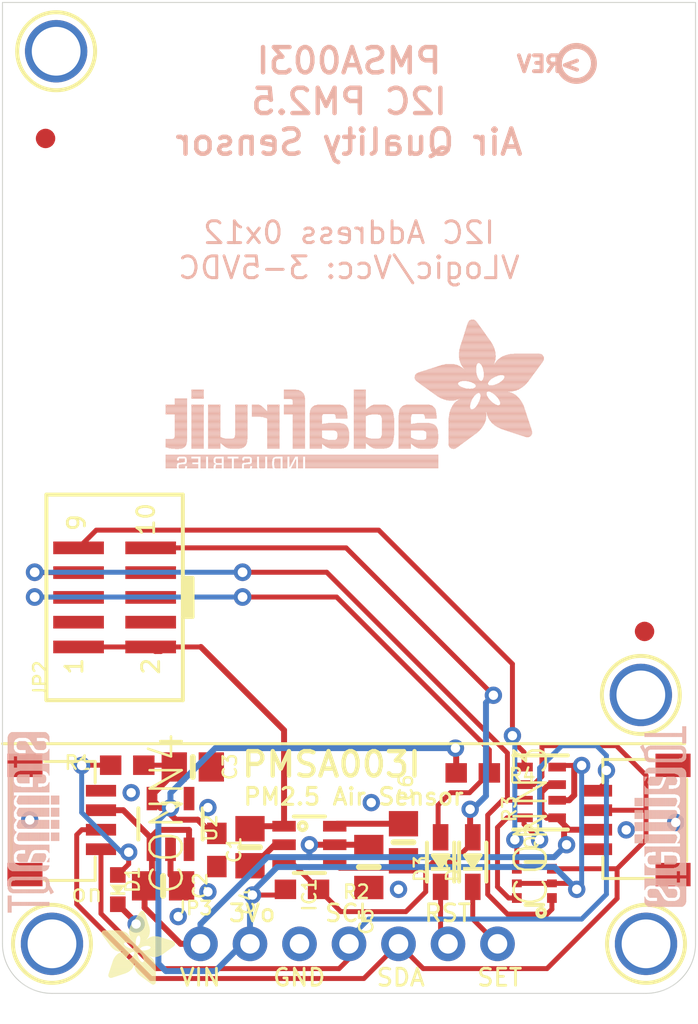
<source format=kicad_pcb>
(kicad_pcb (version 20211014) (generator pcbnew)
  (layers (0 "F.Cu" signal) (31 "B.Cu" signal) (34 "B.Paste" user) (35 "F.Paste" user) (36 "B.SilkS" user "B.Silkscreen") (37 "F.SilkS" user "F.Silkscreen") (38 "B.Mask" user) (39 "F.Mask" user) (44 "Edge.Cuts" user))
  (net 0 "")
  (net 1 "GND")
  (net 2 "SDA")
  (net 3 "SCL")
  (net 4 "SCL_3V")
  (net 5 "SDA_3V")
  (net 6 "3.3V")
  (net 7 "VCC")
  (net 8 "N$1")
  (net 9 "RESET")
  (net 10 "SET")
  (net 11 "N$2")
  (net 12 "N$3")
  (net 13 "5.0V")
  (net 14 "SET_3V")
  (net 15 "RESET_3V")
  (footprint "boardEagle:MOUNTINGHOLE_2.5_PLATED" (layer "F.Cu") (at 163.7411 127.8636 -90)
    (fp_text reference "U$21" hide)
    (fp_text value "MOUNTINGHOLE2.5" hide)
    (pad "P$1" thru_hole circle (at 0 0 270) (size 3.2 3.2) (drill 2.5) (layers *.Cu *.Mask))
  )
  (footprint "boardEagle:0805-NO" (layer "F.Cu") (at 140.4861 118.7956)
    (fp_text reference "C3" (at 1.905 -0.762 90) (layer "F.SilkS") (effects (font (size 0.692831 0.692831) (thickness 0.119969)) (justify right)))
    (fp_text value "10uF")
    (pad "1" smd rect (at -0.95 0) (size 1.3 1.5) (layers "F.Cu" "F.Paste" "F.Mask") (net 6 "3.3V"))
    (pad "2" smd rect (at 0.95 0) (size 1.3 1.5) (layers "F.Cu" "F.Paste" "F.Mask") (net 1 "GND"))
  )
  (footprint "boardEagle:SOT23-5" (layer "F.Cu") (at 139.3431 121.7166)
    (fp_text reference "U2" (at 2.032 -0.562 90) (layer "F.SilkS") (effects (font (size 0.692831 0.692831) (thickness 0.119969)) (justify right)))
    (fp_text value "AP2112K-3.3")
    (pad "1" smd rect (at -0.95 1.3001) (size 0.55 1.2) (layers "F.Cu" "F.Paste" "F.Mask") (net 7 "VCC"))
    (pad "2" smd rect (at 0 1.3001) (size 0.55 1.2) (layers "F.Cu" "F.Paste" "F.Mask") (net 1 "GND"))
    (pad "3" smd rect (at 0.95 1.3001) (size 0.55 1.2) (layers "F.Cu" "F.Paste" "F.Mask") (net 7 "VCC"))
    (pad "4" smd rect (at 0.95 -1.3001) (size 0.55 1.2) (layers "F.Cu" "F.Paste" "F.Mask"))
    (pad "5" smd rect (at -0.95 -1.3001) (size 0.55 1.2) (layers "F.Cu" "F.Paste" "F.Mask") (net 6 "3.3V"))
  )
  (footprint "boardEagle:MOUNTINGHOLE_2.5_PLATED" (layer "F.Cu") (at 133.2611 127.8636 -90)
    (fp_text reference "U$19" hide)
    (fp_text value "MOUNTINGHOLE2.5" hide)
    (pad "P$1" thru_hole circle (at 0 0 270) (size 3.2 3.2) (drill 2.5) (layers *.Cu *.Mask))
  )
  (footprint "boardEagle:JST_SH4" (layer "F.Cu") (at 133.2611 121.5136 -90)
    (fp_text reference "CONN4" (at -4.6 -5.9 90) (layer "F.SilkS") (effects (font (size 1.647139 1.647139) (thickness 0.130861)) (justify right)))
    (fp_text value "STEMMA_I2C_QT" hide)
    (pad "1" smd rect (at -1.5 -2.514) (size 1.55 0.6) (layers "F.Cu" "F.Paste" "F.Mask") (net 1 "GND"))
    (pad "2" smd rect (at -0.5 -2.514) (size 1.55 0.6) (layers "F.Cu" "F.Paste" "F.Mask") (net 7 "VCC"))
    (pad "3" smd rect (at 0.5 -2.514) (size 1.55 0.6) (layers "F.Cu" "F.Paste" "F.Mask") (net 2 "SDA"))
    (pad "4" smd rect (at 1.5 -2.514) (size 1.55 0.6) (layers "F.Cu" "F.Paste" "F.Mask") (net 3 "SCL"))
    (pad "MT1" smd rect (at -2.8 1.386) (size 1.8 1.2) (layers "F.Cu" "F.Paste" "F.Mask") (net 1 "GND"))
    (pad "MT2" smd rect (at 2.8 1.386) (size 1.8 1.2) (layers "F.Cu" "F.Paste" "F.Mask") (net 1 "GND"))
  )
  (footprint "boardEagle:0603-NO" (layer "F.Cu") (at 154.8511 119.1006)
    (fp_text reference "R4" (at 1.778 0.127) (layer "F.SilkS") (effects (font (size 0.692831 0.692831) (thickness 0.119969)) (justify left)))
    (fp_text value "100K")
    (pad "1" smd rect (at -0.85 0) (size 1.1 1) (layers "F.Cu" "F.Paste" "F.Mask") (net 6 "3.3V"))
    (pad "2" smd rect (at 0.85 0) (size 1.1 1) (layers "F.Cu" "F.Paste" "F.Mask") (net 15 "RESET_3V"))
  )
  (footprint "boardEagle:MOUNTINGHOLE_2.5_PLATED" (layer "F.Cu") (at 133.4751 82.1036 -90)
    (fp_text reference "U$1" hide)
    (fp_text value "MOUNTINGHOLE2.5" hide)
    (pad "P$1" thru_hole circle (at 0 0 270) (size 3.2 3.2) (drill 2.5) (layers *.Cu *.Mask))
  )
  (footprint "boardEagle:SOD-323" (layer "F.Cu") (at 154.8511 123.6726 90)
    (fp_text reference "D2" (at -1.1 -1 90) (layer "F.SilkS") (effects (font (size 0.692831 0.692831) (thickness 0.119969)) (justify left)))
    (fp_text value "1N4148")
    (pad "A" smd rect (at 1.27 0 90) (size 1.35 0.8) (layers "F.Cu" "F.Paste" "F.Mask") (net 14 "SET_3V"))
    (pad "C" smd rect (at -1.27 0 90) (size 1.35 0.8) (layers "F.Cu" "F.Paste" "F.Mask") (net 10 "SET"))
  )
  (footprint "boardEagle:ADAFRUIT_3.5MM" (layer "F.Cu") (at 135.7871 129.9716)
    (fp_text reference "U$22" hide)
    (fp_text value "" hide)
  )
  (footprint "boardEagle:SOD-323" (layer "F.Cu") (at 153.2001 123.6726 90)
    (fp_text reference "D3" (at -1.1 -1 90) (layer "F.SilkS") (effects (font (size 0.692831 0.692831) (thickness 0.119969)) (justify left)))
    (fp_text value "1N4148")
    (pad "A" smd rect (at 1.27 0 90) (size 1.35 0.8) (layers "F.Cu" "F.Paste" "F.Mask") (net 15 "RESET_3V"))
    (pad "C" smd rect (at -1.27 0 90) (size 1.35 0.8) (layers "F.Cu" "F.Paste" "F.Mask") (net 9 "RESET"))
  )
  (footprint "boardEagle:JST_SH4" (layer "F.Cu") (at 163.7411 121.5136 90)
    (fp_text reference "CONN3" (at -4.6 -5.9 90) (layer "F.SilkS") (effects (font (size 1.647139 1.647139) (thickness 0.130861)) (justify left)))
    (fp_text value "STEMMA_I2C_QT" hide)
    (pad "1" smd rect (at -1.5 -2.514 180) (size 1.55 0.6) (layers "F.Cu" "F.Paste" "F.Mask") (net 1 "GND"))
    (pad "2" smd rect (at -0.5 -2.514 180) (size 1.55 0.6) (layers "F.Cu" "F.Paste" "F.Mask") (net 7 "VCC"))
    (pad "3" smd rect (at 0.5 -2.514 180) (size 1.55 0.6) (layers "F.Cu" "F.Paste" "F.Mask") (net 2 "SDA"))
    (pad "4" smd rect (at 1.5 -2.514 180) (size 1.55 0.6) (layers "F.Cu" "F.Paste" "F.Mask") (net 3 "SCL"))
    (pad "MT1" smd rect (at -2.8 1.386 180) (size 1.8 1.2) (layers "F.Cu" "F.Paste" "F.Mask") (net 1 "GND"))
    (pad "MT2" smd rect (at 2.8 1.386 180) (size 1.8 1.2) (layers "F.Cu" "F.Paste" "F.Mask") (net 1 "GND"))
  )
  (footprint "boardEagle:RESPACK_4X0603" (layer "F.Cu") (at 158.3311 120.1026 90)
    (fp_text reference "R3" (at -1.6 -1.6 90) (layer "F.SilkS") (effects (font (size 0.692831 0.692831) (thickness 0.119969)) (justify left)))
    (fp_text value "10K")
    (pad "1" smd rect (at -1.3 0.85 90) (size 0.45 0.9) (layers "F.Cu" "F.Paste" "F.Mask") (net 7 "VCC"))
    (pad "2" smd rect (at -0.4 0.85 90) (size 0.45 0.9) (layers "F.Cu" "F.Paste" "F.Mask") (net 6 "3.3V"))
    (pad "3" smd rect (at 0.4 0.85 90) (size 0.45 0.9) (layers "F.Cu" "F.Paste" "F.Mask") (net 7 "VCC"))
    (pad "4" smd rect (at 1.3 0.85 90) (size 0.45 0.9) (layers "F.Cu" "F.Paste" "F.Mask") (net 6 "3.3V"))
    (pad "5" smd rect (at 1.3 -0.85 90) (size 0.45 0.9) (layers "F.Cu" "F.Paste" "F.Mask") (net 5 "SDA_3V"))
    (pad "6" smd rect (at 0.4 -0.85 90) (size 0.45 0.9) (layers "F.Cu" "F.Paste" "F.Mask") (net 2 "SDA"))
    (pad "7" smd rect (at -0.4 -0.85 90) (size 0.45 0.9) (layers "F.Cu" "F.Paste" "F.Mask") (net 4 "SCL_3V"))
    (pad "8" smd rect (at -1.3 -0.85 90) (size 0.45 0.9) (layers "F.Cu" "F.Paste" "F.Mask") (net 3 "SCL"))
  )
  (footprint "boardEagle:0805-NO" (layer "F.Cu") (at 138.9621 124.8916)
    (fp_text reference "C2" (at 1.905 -0.762 90) (layer "F.SilkS") (effects (font (size 0.692831 0.692831) (thickness 0.119969)) (justify right)))
    (fp_text value "10uF")
    (pad "1" smd rect (at -0.95 0) (size 1.3 1.5) (layers "F.Cu" "F.Paste" "F.Mask") (net 7 "VCC"))
    (pad "2" smd rect (at 0.95 0) (size 1.3 1.5) (layers "F.Cu" "F.Paste" "F.Mask") (net 1 "GND"))
  )
  (footprint "boardEagle:0603-NO" (layer "F.Cu") (at 137.1221 118.7056 180)
    (fp_text reference "R1" (at 1.778 0.127) (layer "F.SilkS") (effects (font (size 0.692831 0.692831) (thickness 0.119969)) (justify right)))
    (fp_text value "10K")
    (pad "1" smd rect (at -0.85 0 180) (size 1.1 1) (layers "F.Cu" "F.Paste" "F.Mask") (net 6 "3.3V"))
    (pad "2" smd rect (at 0.85 0 180) (size 1.1 1) (layers "F.Cu" "F.Paste" "F.Mask") (net 8 "N$1"))
  )
  (footprint "boardEagle:0805_10MGAP" (layer "F.Cu") (at 149.5171 123.9266 -90)
    (fp_text reference "C5" (at 2.032 0.127 90) (layer "F.SilkS") (effects (font (size 0.692831 0.692831) (thickness 0.119969)) (justify right)))
    (fp_text value "10uF")
    (pad "1" smd rect (at -1.05 0 270) (size 1.2 1.5) (layers "F.Cu" "F.Paste" "F.Mask") (net 7 "VCC"))
    (pad "2" smd rect (at 1.05 0 270) (size 1.2 1.5) (layers "F.Cu" "F.Paste" "F.Mask") (net 1 "GND"))
  )
  (footprint "boardEagle:FIDUCIAL_1MM" (layer "F.Cu") (at 132.9311 86.5746 -90)
    (fp_text reference "FID4" hide)
    (fp_text value "FIDUCIAL_1MM" hide)
    (pad "1" smd roundrect (at 0 0 270) (size 1 1) (layers "F.Cu" "F.Mask") (roundrect_rratio 0.5))
  )
  (footprint "boardEagle:CHIPLED_0603_NOOUTLINE" (layer "F.Cu") (at 136.6391 125.0836 180)
    (fp_text reference "D1" (at -0.762 1.27 90) (layer "F.SilkS") (effects (font (size 0.692831 0.692831) (thickness 0.119969)) (justify right)))
    (fp_text value "GREEN")
    (pad "A" smd rect (at 0 0.75 180) (size 0.8 0.8) (layers "F.Cu" "F.Paste" "F.Mask") (net 8 "N$1"))
    (pad "C" smd rect (at 0 -0.75 180) (size 0.8 0.8) (layers "F.Cu" "F.Paste" "F.Mask") (net 1 "GND"))
  )
  (footprint "boardEagle:SOT363" (layer "F.Cu") (at 158.0121 124.7646 90)
    (fp_text reference "Q2" (at 1.651 -0.127 90) (layer "F.SilkS") (effects (font (size 0.692831 0.692831) (thickness 0.119969)) (justify left)))
    (fp_text value "BSS138")
    (pad "1" smd rect (at -0.75 0.9 90) (size 0.5 0.5) (layers "F.Cu" "F.Paste" "F.Mask") (net 4 "SCL_3V"))
    (pad "2" smd rect (at 0 0.9 90) (size 0.4 0.5) (layers "F.Cu" "F.Paste" "F.Mask") (net 6 "3.3V"))
    (pad "3" smd rect (at 0.75 0.9 90) (size 0.5 0.5) (layers "F.Cu" "F.Paste" "F.Mask") (net 2 "SDA"))
    (pad "4" smd rect (at 0.75 -0.9 90) (size 0.5 0.5) (layers "F.Cu" "F.Paste" "F.Mask") (net 5 "SDA_3V"))
    (pad "5" smd rect (at 0 -0.9 90) (size 0.4 0.5) (layers "F.Cu" "F.Paste" "F.Mask") (net 6 "3.3V"))
    (pad "6" smd rect (at -0.75 -0.9 90) (size 0.5 0.5) (layers "F.Cu" "F.Paste" "F.Mask") (net 3 "SCL"))
  )
  (footprint "boardEagle:0603-NO" (layer "F.Cu") (at 141.7191 123.0516 -90)
    (fp_text reference "C1" (at -0.762 -0.889 90) (layer "F.SilkS") (effects (font (size 0.692831 0.692831) (thickness 0.119969)) (justify right)))
    (fp_text value "0.1uF")
    (pad "1" smd rect (at -0.85 0 270) (size 1.1 1) (layers "F.Cu" "F.Paste" "F.Mask") (net 6 "3.3V"))
    (pad "2" smd rect (at 0.85 0 270) (size 1.1 1) (layers "F.Cu" "F.Paste" "F.Mask") (net 1 "GND"))
  )
  (footprint "boardEagle:0805-NO" (layer "F.Cu") (at 151.2951 122.6566 90)
    (fp_text reference "C6" (at 2.032 0.127 90) (layer "F.SilkS") (effects (font (size 0.692831 0.692831) (thickness 0.119969)) (justify left)))
    (fp_text value "1uF")
    (pad "1" smd rect (at -0.95 0 90) (size 1.3 1.5) (layers "F.Cu" "F.Paste" "F.Mask") (net 12 "N$3"))
    (pad "2" smd rect (at 0.95 0 90) (size 1.3 1.5) (layers "F.Cu" "F.Paste" "F.Mask") (net 11 "N$2"))
  )
  (footprint "boardEagle:MOUNTINGHOLE_2.5_PLATED" (layer "F.Cu") (at 163.4751 115.1036 -90)
    (fp_text reference "U$17" hide)
    (fp_text value "MOUNTINGHOLE2.5" hide)
    (pad "P$1" thru_hole circle (at 0 0 270) (size 3.2 3.2) (drill 2.5) (layers *.Cu *.Mask))
  )
  (footprint "boardEagle:1X07_ROUND_70" (layer "F.Cu") (at 148.5011 127.8636)
    (fp_text reference "JP3" (at -8.9662 -1.8288) (layer "F.SilkS") (effects (font (size 0.692831 0.692831) (thickness 0.119969)) (justify left)))
    (fp_text value "")
    (pad "1" thru_hole circle (at -7.62 0 90) (size 1.778 1.778) (drill 1) (layers *.Cu *.Mask) (net 7 "VCC"))
    (pad "2" thru_hole circle (at -5.08 0 90) (size 1.778 1.778) (drill 1) (layers *.Cu *.Mask) (net 6 "3.3V"))
    (pad "3" thru_hole circle (at -2.54 0 90) (size 1.778 1.778) (drill 1) (layers *.Cu *.Mask) (net 1 "GND"))
    (pad "4" thru_hole circle (at 0 0 90) (size 1.778 1.778) (drill 1) (layers *.Cu *.Mask) (net 3 "SCL"))
    (pad "5" thru_hole circle (at 2.54 0 90) (size 1.778 1.778) (drill 1) (layers *.Cu *.Mask) (net 2 "SDA"))
    (pad "6" thru_hole circle (at 5.08 0 90) (size 1.778 1.778) (drill 1) (layers *.Cu *.Mask) (net 9 "RESET"))
    (pad "7" thru_hole circle (at 7.62 0 90) (size 1.778 1.778) (drill 1) (layers *.Cu *.Mask) (net 10 "SET"))
  )
  (footprint "boardEagle:2X05_1.27MM_SMT" (layer "F.Cu") (at 136.4751 110.1036 90)
    (fp_text reference "JP2" (at -5.199 -3.806 90) (layer "F.SilkS") (effects (font (size 0.692831 0.692831) (thickness 0.119969)) (justify left)))
    (fp_text value "")
    (pad "1" smd rect (at -2.54 1.85 90) (size 0.65 2.6) (layers "F.Cu" "F.Paste" "F.Mask") (net 13 "5.0V"))
    (pad "2" smd rect (at -2.54 -1.85 90) (size 0.65 2.6) (layers "F.Cu" "F.Paste" "F.Mask") (net 13 "5.0V"))
    (pad "3" smd rect (at -1.27 1.85 90) (size 0.65 2.6) (layers "F.Cu" "F.Paste" "F.Mask") (net 1 "GND"))
    (pad "4" smd rect (at -1.27 -1.85 90) (size 0.65 2.6) (layers "F.Cu" "F.Paste" "F.Mask") (net 1 "GND"))
    (pad "5" smd rect (at 0 1.85 90) (size 0.65 2.6) (layers "F.Cu" "F.Paste" "F.Mask"))
    (pad "6" smd rect (at 0 -1.85 90) (size 0.65 2.6) (layers "F.Cu" "F.Paste" "F.Mask") (net 15 "RESET_3V"))
    (pad "7" smd rect (at 1.27 1.85 90) (size 0.65 2.6) (layers "F.Cu" "F.Paste" "F.Mask"))
    (pad "8" smd rect (at 1.27 -1.85 90) (size 0.65 2.6) (layers "F.Cu" "F.Paste" "F.Mask") (net 4 "SCL_3V"))
    (pad "9" smd rect (at 2.54 1.85 90) (size 0.65 2.6) (layers "F.Cu" "F.Paste" "F.Mask") (net 14 "SET_3V"))
    (pad "10" smd rect (at 2.54 -1.85 90) (size 0.65 2.6) (layers "F.Cu" "F.Paste" "F.Mask") (net 5 "SDA_3V"))
  )
  (footprint "boardEagle:FIDUCIAL_1MM" (layer "F.Cu") (at 163.6651 111.8476 -90)
    (fp_text reference "FID3" hide)
    (fp_text value "FIDUCIAL_1MM" hide)
    (pad "1" smd roundrect (at 0 0 270) (size 1 1) (layers "F.Cu" "F.Mask") (roundrect_rratio 0.5))
  )
  (footprint "boardEagle:0805-NO" (layer "F.Cu") (at 143.4211 122.9106 -90)
    (fp_text reference "C4" (at 2.032 0.127 90) (layer "F.SilkS") (effects (font (size 0.692831 0.692831) (thickness 0.119969)) (justify right)))
    (fp_text value "10uF")
    (pad "1" smd rect (at -0.95 0 270) (size 1.3 1.5) (layers "F.Cu" "F.Paste" "F.Mask") (net 13 "5.0V"))
    (pad "2" smd rect (at 0.95 0 270) (size 1.3 1.5) (layers "F.Cu" "F.Paste" "F.Mask") (net 1 "GND"))
  )
  (footprint "boardEagle:SOT23-6" (layer "F.Cu") (at 146.4691 122.7836 -90)
    (fp_text reference "IC1" (at 1.651 0 90) (layer "F.SilkS") (effects (font (size 0.692831 0.692831) (thickness 0.119969)) (justify right)))
    (fp_text value "AP3602/RT9361")
    (pad "1" smd rect (at -0.95 1.3 270) (size 0.55 1.2) (layers "F.Cu" "F.Paste" "F.Mask") (net 13 "5.0V"))
    (pad "2" smd rect (at 0 1.3 270) (size 0.55 1.2) (layers "F.Cu" "F.Paste" "F.Mask") (net 1 "GND"))
    (pad "3" smd rect (at 0.95 1.3 270) (size 0.55 1.2) (layers "F.Cu" "F.Paste" "F.Mask") (net 14 "SET_3V"))
    (pad "4" smd rect (at 0.95 -1.3 270) (size 0.55 1.2) (layers "F.Cu" "F.Paste" "F.Mask") (net 12 "N$3"))
    (pad "5" smd rect (at 0 -1.3 270) (size 0.55 1.2) (layers "F.Cu" "F.Paste" "F.Mask") (net 7 "VCC"))
    (pad "6" smd rect (at -0.95 -1.3 270) (size 0.55 1.2) (layers "F.Cu" "F.Paste" "F.Mask") (net 11 "N$2"))
  )
  (footprint "boardEagle:0603-NO" (layer "F.Cu") (at 146.0881 125.0696)
    (fp_text reference "R2" (at 2.032 0.127) (layer "F.SilkS") (effects (font (size 0.692831 0.692831) (thickness 0.119969)) (justify left)))
    (fp_text value "100K")
    (pad "1" smd rect (at -0.85 0) (size 1.1 1) (layers "F.Cu" "F.Paste" "F.Mask") (net 6 "3.3V"))
    (pad "2" smd rect (at 0.85 0) (size 1.1 1) (layers "F.Cu" "F.Paste" "F.Mask") (net 14 "SET_3V"))
  )
  (footprint "boardEagle:PCBFEAT-REV-040" (layer "B.Cu") (at 160.1711 82.7276 180)
    (fp_text reference "U$25" hide)
    (fp_text value "" hide)
    (fp_text user ">REV" (at -0.3556 -0.508) (layer "B.SilkS") (effects (font (size 0.8128 0.8128) (thickness 0.2032)) (justify left bottom mirror)))
  )
  (footprint "boardEagle:ADAFRUIT_TEXT_20MM" (layer "B.Cu") (at 158.6611 103.4796 180)
    (fp_text reference "U$28" hide)
    (fp_text value "" hide)
  )
  (footprint "boardEagle:STEMMAQT" (layer "B.Cu") (at 133.6281 117.0176 -90)
    (fp_text reference "U$31" hide)
    (fp_text value "" hide)
  )
  (footprint "boardEagle:STEMMAQT" (layer "B.Cu") (at 163.1631 125.9556 90)
    (fp_text reference "U$30" hide)
    (fp_text value "" hide)
  )
  (gr_line (start 165.7211 117.6036) (end 130.7211 117.6036) (layer "F.SilkS") (width 0.1524))
  (gr_line (start 166.2811 127.8636) (end 166.2811 79.6036) (layer "Edge.Cuts") (width 0.05))
  (gr_line (start 133.2611 130.4036) (end 163.7411 130.4036) (layer "Edge.Cuts") (width 0.05))
  (gr_line (start 130.7211 79.6036) (end 130.7211 127.8636) (layer "Edge.Cuts") (width 0.05))
  (gr_line (start 166.2811 79.6036) (end 130.7211 79.6036) (layer "Edge.Cuts") (width 0.05))
  (gr_arc (start 133.2611 130.4036) (mid 131.465049 129.659651) (end 130.7211 127.8636) (layer "Edge.Cuts") (width 0.05))
  (gr_arc (start 166.2811 127.8636) (mid 165.537151 129.659651) (end 163.7411 130.4036) (layer "Edge.Cuts") (width 0.05))
  (gr_text "PMSA003I\nI2C PM2.5\nAir Quality Sensor" (at 148.5011 84.6836) (layer "B.SilkS") (effects (font (size 1.2954 1.2954) (thickness 0.2286)) (justify mirror)))
  (gr_text "I2C Address 0x12\nVLogic/Vcc: 3-5VDC" (at 148.5011 92.3036) (layer "B.SilkS") (effects (font (size 1.1176 1.1176) (thickness 0.1524)) (justify mirror)))
  (gr_text "3Vo" (at 143.5341 126.2886) (layer "F.SilkS") (effects (font (size 0.87376 0.87376) (thickness 0.14224))))
  (gr_text "on" (at 135.9421 124.7396) (layer "F.SilkS") (effects (font (size 0.89408 0.89408) (thickness 0.12192)) (justify right top)))
  (gr_text "VIN" (at 140.8671 129.5906) (layer "F.SilkS") (effects (font (size 0.87376 0.87376) (thickness 0.14224))))
  (gr_text "SET" (at 156.2341 129.5906) (layer "F.SilkS") (effects (font (size 0.87376 0.87376) (thickness 0.14224))))
  (gr_text "10" (at 138.5951 107.0356 90) (layer "F.SilkS") (effects (font (size 0.87376 0.87376) (thickness 0.14224)) (justify left bottom)))
  (gr_text "GND" (at 145.9471 129.5906) (layer "F.SilkS") (effects (font (size 0.87376 0.87376) (thickness 0.14224))))
  (gr_text "1" (at 134.9121 114.1476 90) (layer "F.SilkS") (effects (font (size 0.87376 0.87376) (thickness 0.14224)) (justify left bottom)))
  (gr_text "RST" (at 153.5671 126.2886) (layer "F.SilkS") (effects (font (size 0.87376 0.87376) (thickness 0.14224))))
  (gr_text "PMSA003I" (at 147.5981 118.6686) (layer "F.SilkS") (effects (font (size 1.25222 1.25222) (thickness 0.22098))))
  (gr_text "PM2.5 Air Sensor" (at 148.7411 120.3196) (layer "F.SilkS") (effects (font (size 0.8636 0.8636) (thickness 0.1524))))
  (gr_text "SDA" (at 151.1541 129.5906) (layer "F.SilkS") (effects (font (size 0.87376 0.87376) (thickness 0.14224))))
  (gr_text "9" (at 135.0391 106.7816 90) (layer "F.SilkS") (effects (font (size 0.87376 0.87376) (thickness 0.14224)) (justify left bottom)))
  (gr_text "SCL" (at 148.4871 126.2886) (layer "F.SilkS") (effects (font (size 0.87376 0.87376) (thickness 0.14224))))
  (gr_text "2" (at 138.8491 114.1476 90) (layer "F.SilkS") (effects (font (size 0.87376 0.87376) (thickness 0.14224)) (justify left bottom)))
  (segment (start 136.6391 125.8336) (end 137.5791 126.7736) (width 0.3048) (layer "F.Cu") (net 1))
  (segment (start 143.6141 123.8606) (end 143.4211 123.8606) (width 0.3048) (layer "F.Cu") (net 1))
  (segment (start 137.5791 126.7736) (end 137.5791 126.8476) (width 0.3048) (layer "F.Cu") (net 1))
  (segment (start 139.3431 124.3226) (end 139.9121 124.8916) (width 0.3048) (layer "F.Cu") (net 1))
  (segment (start 144.6911 122.7836) (end 143.6141 123.8606) (width 0.3048) (layer "F.Cu") (net 1))
  (segment (start 139.3431 123.0167) (end 139.3431 124.3226) (width 0.3048) (layer "F.Cu") (net 1))
  (segment (start 145.1691 122.7836) (end 144.6911 122.7836) (width 0.3048) (layer "F.Cu") (net 1))
  (via (at 149.6441 120.6246) (size 0.889) (drill 0.4826) (layers "F.Cu" "B.Cu") (net 1))
  (via (at 132.1181 121.5136) (size 0.889) (drill 0.4826) (layers "F.Cu" "B.Cu") (net 1))
  (via (at 137.3251 120.1166) (size 0.889) (drill 0.4826) (layers "F.Cu" "B.Cu") (net 1))
  (via (at 141.2621 125.1966) (size 0.889) (drill 0.4826) (layers "F.Cu" "B.Cu") (net 1))
  (via (at 141.2621 120.8786) (size 0.889) (drill 0.4826) (layers "F.Cu" "B.Cu") (net 1))
  (via (at 165.2651 121.6406) (size 0.889) (drill 0.4826) (layers "F.Cu" "B.Cu") (net 1))
  (via (at 162.7251 122.0216) (size 0.889) (drill 0.4826) (layers "F.Cu" "B.Cu") (net 1))
  (via (at 139.7381 126.4666) (size 0.889) (drill 0.4826) (layers "F.Cu" "B.Cu") (net 1))
  (via (at 151.0411 125.0696) (size 0.889) (drill 0.4826) (layers "F.Cu" "B.Cu") (net 1))
  (via (at 137.5791 126.8476) (size 0.889) (drill 0.4826) (layers "F.Cu" "B.Cu") (net 1))
  (segment (start 152.3111 129.1336) (end 158.6611 129.1336) (width 0.254) (layer "F.Cu") (net 2))
  (segment (start 163.7411 122.5296) (end 162.2561 124.0146) (width 0.254) (layer "F.Cu") (net 2))
  (segment (start 149.2631 129.6416) (end 151.0411 127.8636) (width 0.254) (layer "F.Cu") (net 2))
  (segment (start 134.7931 122.0136) (end 134.5311 122.2756) (width 0.254) (layer "F.Cu") (net 2))
  (segment (start 161.2271 121.0136) (end 163.7411 121.0136) (width 0.254) (layer "F.Cu") (net 2))
  (segment (start 163.7411 119.2276) (end 163.7411 121.0136) (width 0.254) (layer "F.Cu") (net 2))
  (segment (start 158.6611 129.1336) (end 162.2561 125.5386) (width 0.254) (layer "F.Cu") (net 2))
  (segment (start 162.2561 124.0146) (end 158.9121 124.0146) (width 0.254) (layer "F.Cu") (net 2))
  (segment (start 163.7411 121.0136) (end 163.7411 122.5296) (width 0.254) (layer "F.Cu") (net 2))
  (segment (start 162.2561 125.5386) (end 162.2561 124.0146) (width 0.254) (layer "F.Cu") (net 2))
  (segment (start 151.0411 127.8636) (end 152.3111 129.1336) (width 0.254) (layer "F.Cu") (net 2))
  (segment (start 134.5311 122.2756) (end 134.5311 125.8316) (width 0.254) (layer "F.Cu") (net 2))
  (segment (start 162.2171 117.7036) (end 163.7411 119.2276) (width 0.254) (layer "F.Cu") (net 2))
  (segment (start 135.7751 122.0136) (end 134.7931 122.0136) (width 0.254) (layer "F.Cu") (net 2))
  (segment (start 138.3411 129.6416) (end 149.2631 129.6416) (width 0.254) (layer "F.Cu") (net 2))
  (segment (start 157.4811 119.7026) (end 157.977075 119.7026) (width 0.254) (layer "F.Cu") (net 2))
  (segment (start 158.4009 119.278775) (end 157.977075 119.7026) (width 0.254) (layer "F.Cu") (net 2))
  (segment (start 158.4009 117.7098) (end 158.4071 117.7036) (width 0.254) (layer "F.Cu") (net 2))
  (segment (start 134.5311 125.8316) (end 138.3411 129.6416) (width 0.254) (layer "F.Cu") (net 2))
  (segment (start 158.4071 117.7036) (end 162.2171 117.7036) (width 0.254) (layer "F.Cu") (net 2))
  (segment (start 158.4009 119.278775) (end 158.4009 117.7098) (width 0.254) (layer "F.Cu") (net 2))
  (segment (start 156.6931 125.5146) (end 156.1211 124.9426) (width 0.254) (layer "F.Cu") (net 3))
  (segment (start 156.6131 121.4026) (end 157.4811 121.4026) (width 0.254) (layer "F.Cu") (net 3))
  (segment (start 135.7751 126.3136) (end 138.5951 129.1336) (width 0.254) (layer "F.Cu") (net 3))
  (segment (start 156.1211 124.9426) (end 156.1211 121.8946) (width 0.254) (layer "F.Cu") (net 3))
  (segment (start 157.4811 121.7306) (end 157.4811 121.4026) (width 0.254) (layer "F.Cu") (net 3))
  (segment (start 135.7751 123.0136) (end 135.7751 126.3136) (width 0.254) (layer "F.Cu") (net 3))
  (segment (start 158.2801 122.5296) (end 157.4811 121.7306) (width 0.254) (layer "F.Cu") (net 3))
  (segment (start 148.5011 128.6256) (end 148.5011 127.8636) (width 0.254) (layer "F.Cu") (net 3))
  (segment (start 147.9931 129.1336) (end 148.5011 128.6256) (width 0.254) (layer "F.Cu") (net 3))
  (segment (start 156.1211 121.8946) (end 156.6131 121.4026) (width 0.254) (layer "F.Cu") (net 3))
  (segment (start 161.2271 120.0136) (end 161.7091 119.5316) (width 0.254) (layer "F.Cu") (net 3))
  (segment (start 161.7091 119.5316) (end 161.7091 118.9736) (width 0.254) (layer "F.Cu") (net 3))
  (segment (start 157.1121 125.5146) (end 156.6931 125.5146) (width 0.254) (layer "F.Cu") (net 3))
  (segment (start 138.5951 129.1336) (end 147.9931 129.1336) (width 0.254) (layer "F.Cu") (net 3))
  (via (at 161.7091 118.9736) (size 0.889) (drill 0.4826) (layers "F.Cu" "B.Cu") (net 3))
  (via (at 158.2801 122.5296) (size 0.889) (drill 0.4826) (layers "F.Cu" "B.Cu") (net 3))
  (segment (start 161.7091 118.9736) (end 161.7091 118.2116) (width 0.254) (layer "B.Cu") (net 3))
  (segment (start 159.4231 117.7036) (end 158.2801 118.8466) (width 0.254) (layer "B.Cu") (net 3))
  (segment (start 148.5011 127.6096) (end 149.5171 126.5936) (width 0.254) (layer "B.Cu") (net 3))
  (segment (start 149.5171 126.5936) (end 160.4391 126.5936) (width 0.254) (layer "B.Cu") (net 3))
  (segment (start 148.5011 127.8636) (end 148.5011 127.6096) (width 0.254) (layer "B.Cu") (net 3))
  (segment (start 161.7091 125.3236) (end 161.7091 118.9736) (width 0.254) (layer "B.Cu") (net 3))
  (segment (start 161.2011 117.7036) (end 159.4231 117.7036) (width 0.254) (layer "B.Cu") (net 3))
  (segment (start 160.4391 126.5936) (end 161.7091 125.3236) (width 0.254) (layer "B.Cu") (net 3))
  (segment (start 158.2801 118.8466) (end 158.2801 122.5296) (width 0.254) (layer "B.Cu") (net 3))
  (segment (start 161.7091 118.2116) (end 161.2011 117.7036) (width 0.254) (layer "B.Cu") (net 3))
  (segment (start 156.6291 120.5026) (end 157.4811 120.5026) (width 0.254) (layer "F.Cu") (net 4))
  (segment (start 147.3581 108.8136) (end 156.6291 118.0846) (width 0.254) (layer "F.Cu") (net 4))
  (segment (start 143.0401 108.8136) (end 147.3581 108.8136) (width 0.254) (layer "F.Cu") (net 4))
  (segment (start 155.6181 121.2646) (end 156.3801 120.5026) (width 0.254) (layer "F.Cu") (net 4))
  (segment (start 155.6181 125.3286) (end 155.6181 121.2646) (width 0.254) (layer "F.Cu") (net 4))
  (segment (start 156.6291 126.3396) (end 155.6181 125.3286) (width 0.254) (layer "F.Cu") (net 4))
  (segment (start 132.3921 108.8336) (end 132.3721 108.8136) (width 0.254) (layer "F.Cu") (net 4))
  (segment (start 156.3801 120.5026) (end 156.6291 120.5026) (width 0.254) (layer "F.Cu") (net 4))
  (segment (start 158.9121 125.5146) (end 158.9121 126.0886) (width 0.254) (layer "F.Cu") (net 4))
  (segment (start 158.6611 126.3396) (end 156.6291 126.3396) (width 0.254) (layer "F.Cu") (net 4))
  (segment (start 158.9121 126.0886) (end 158.6611 126.3396) (width 0.254) (layer "F.Cu") (net 4))
  (segment (start 156.6291 118.0846) (end 156.6291 120.5026) (width 0.254) (layer "F.Cu") (net 4))
  (segment (start 134.6251 108.8336) (end 132.3921 108.8336) (width 0.254) (layer "F.Cu") (net 4))
  (via (at 132.3721 108.8136) (size 0.9064) (drill 0.5) (layers "F.Cu" "B.Cu") (net 4))
  (via (at 143.0401 108.8136) (size 0.9064) (drill 0.5) (layers "F.Cu" "B.Cu") (net 4))
  (segment (start 132.3721 108.8136) (end 143.0401 108.8136) (width 0.254) (layer "B.Cu") (net 4))
  (segment (start 156.8866 113.5161) (end 150.0251 106.6546) (width 0.254) (layer "F.Cu") (net 5))
  (segment (start 135.5341 106.6546) (end 134.6251 107.5636) (width 0.254) (layer "F.Cu") (net 5))
  (segment (start 156.8866 117.1921) (end 156.8866 117.4461) (width 0.254) (layer "F.Cu") (net 5))
  (segment (start 157.4811 118.8026) (end 157.4811 118.0406) (width 0.254) (layer "F.Cu") (net 5))
  (segment (start 150.0251 106.6546) (end 135.5341 106.6546) (width 0.254) (layer "F.Cu") (net 5))
  (segment (start 157.4811 118.0406) (end 156.8866 117.4461) (width 0.254) (layer "F.Cu") (net 5))
  (segment (start 157.1121 124.0146) (end 157.1121 122.6316) (width 0.254) (layer "F.Cu") (net 5))
  (segment (start 157.1121 122.6316) (end 157.0101 122.5296) (width 0.254) (layer "F.Cu") (net 5))
  (segment (start 156.8866 117.1921) (end 156.8866 113.5161) (width 0.254) (layer "F.Cu") (net 5))
  (via (at 157.0101 122.5296) (size 0.889) (drill 0.4826) (layers "F.Cu" "B.Cu") (net 5))
  (via (at 156.8866 117.1921) (size 0.889) (drill 0.4826) (layers "F.Cu" "B.Cu") (net 5))
  (segment (start 156.8866 117.1921) (end 157.0101 117.3156) (width 0.254) (layer "B.Cu") (net 5))
  (segment (start 157.0101 117.3156) (end 157.0101 122.5296) (width 0.254) (layer "B.Cu") (net 5))
  (segment (start 138.3931 120.4165) (end 138.3931 120.2436) (width 0.3048) (layer "F.Cu") (net 6))
  (segment (start 159.1811 118.8346) (end 159.2961 118.7196) (width 0.254) (layer "F.Cu") (net 6))
  (segment (start 138.3931 120.4165) (end 138.3931 120.457088) (width 0.3048) (layer "F.Cu") (net 6))
  (segment (start 159.8801 124.7646) (end 158.9121 124.7646) (width 0.254) (layer "F.Cu") (net 6))
  (segment (start 159.1811 118.8026) (end 159.1811 118.8346) (width 0.254) (layer "F.Cu") (net 6))
  (segment (start 159.1811 120.5026) (end 159.7991 120.5026) (width 0.3048) (layer "F.Cu") (net 6))
  (segment (start 139.339856 120.895844) (end 138.831856 120.895844) (width 0.3048) (layer "F.Cu") (net 6))
  (segment (start 141.7191 122.0216) (end 141.7191 122.2016) (width 0.3048) (layer "F.Cu") (net 6))
  (segment (start 137.9721 118.7056) (end 139.4461 118.7056) (width 0.254) (layer "F.Cu") (net 6))
  (segment (start 144.946 125.3617) (end 143.5481 125.3617) (width 0.254) (layer "F.Cu") (net 6))
  (segment (start 160.0581 118.7196) (end 160.4391 118.7196) (width 0.254) (layer "F.Cu") (net 6))
  (segment (start 138.831856 120.895844) (end 138.3931 120.457088) (width 0.3048) (layer "F.Cu") (net 6))
  (segment (start 159.7991 120.5026) (end 160.0581 120.2436) (width 0.3048) (layer "F.Cu") (net 6))
  (segment (start 140.7396 121.4991) (end 141.2621 122.0216) (width 0.3048) (layer "F.Cu") (net 6))
  (segment (start 160.1851 125.0696) (end 159.8801 124.7646) (width 0.254) (layer "F.Cu") (net 6))
  (segment (start 154.0011 119.1006) (end 154.0011 117.8696) (width 0.3048) (layer "F.Cu") (net 6))
  (segment (start 139.4461 118.7056) (end 139.5361 118.7956) (width 0.254) (layer "F.Cu") (net 6))
  (segment (start 159.2961 118.7196) (end 160.0581 118.7196) (width 0.254) (layer "F.Cu") (net 6))
  (segment (start 141.2621 122.0216) (end 141.7191 122.0216) (width 0.3048) (layer "F.Cu") (net 6))
  (segment (start 145.2381 125.0696) (end 144.946 125.3617) (width 0.254) (layer "F.Cu") (net 6))
  (segment (start 139.339856 121.22215) (end 139.616806 121.4991) (width 0.3048) (layer "F.Cu") (net 6))
  (segment (start 160.0581 120.2436) (end 160.0581 118.7196) (width 0.3048) (layer "F.Cu") (net 6))
  (segment (start 154.0011 117.8696) (end 153.9621 117.8306) (width 0.3048) (layer "F.Cu") (net 6))
  (segment (start 139.616806 121.4991) (end 140.7396 121.4991) (width 0.3048) (layer "F.Cu") (net 6))
  (segment (start 139.5361 119.1006) (end 139.5361 118.7956) (width 0.3048) (layer "F.Cu") (net 6))
  (segment (start 139.339856 120.895844) (end 139.339856 121.22215) (width 0.3048) (layer "F.Cu") (net 6))
  (segment (start 138.3931 120.2436) (end 139.5361 119.1006) (width 0.3048) (layer "F.Cu") (net 6))
  (segment (start 158.9121 124.7646) (end 157.1121 124.7646) (width 0.254) (layer "F.Cu") (net 6))
  (via (at 153.9621 117.8306) (size 0.889) (drill 0.4826) (layers "F.Cu" "B.Cu") (net 6))
  (via (at 160.1851 125.0696) (size 0.889) (drill 0.4826) (layers "F.Cu" "B.Cu") (net 6))
  (via (at 139.339856 120.895844) (size 0.889) (drill 0.4826) (layers "F.Cu" "B.Cu") (net 6))
  (via (at 160.4391 118.7196) (size 0.889) (drill 0.4826) (layers "F.Cu" "B.Cu") (net 6))
  (via (at 143.5481 125.3617) (size 0.889) (drill 0.4826) (layers "F.Cu" "B.Cu") (net 6))
  (segment (start 138.7221 128.8796) (end 139.1031 129.2606) (width 0.3048) (layer "B.Cu") (net 6))
  (segment (start 143.5481 125.3236) (end 143.4846 125.2601) (width 0.254) (layer "B.Cu") (net 6))
  (segment (start 143.4211 125.3236) (end 143.4846 125.2601) (width 0.3048) (layer "B.Cu") (net 6))
  (segment (start 159.0421 123.9266) (end 144.8181 123.9266) (width 0.3048) (layer "B.Cu") (net 6))
  (segment (start 138.7221 121.5136) (end 138.7221 128.8796) (width 0.3048) (layer "B.Cu") (net 6))
  (segment (start 141.6431 117.8306) (end 139.33984 120.13386) (width 0.3048) (layer "B.Cu") (net 6))
  (segment (start 143.4846 125.2601) (end 144.8181 123.9266) (width 0.3048) (layer "B.Cu") (net 6))
  (segment (start 143.4211 127.8636) (end 143.0401 127.8636) (width 0.3048) (layer "B.Cu") (net 6))
  (segment (start 139.33984 120.13386) (end 139.33984 120.895829) (width 0.3048) (layer "B.Cu") (net 6))
  (segment (start 160.4391 118.7196) (end 160.4391 124.8156) (width 0.254) (layer "B.Cu") (net 6))
  (segment (start 143.4211 127.8636) (end 143.4211 125.3236) (width 0.3048) (layer "B.Cu") (net 6))
  (segment (start 139.1031 129.2606) (end 141.6431 129.2606) (width 0.3048) (layer "B.Cu") (net 6))
  (segment (start 143.5481 125.3617) (end 143.5481 125.3236) (width 0.254) (layer "B.Cu") (net 6))
  (segment (start 160.4391 124.8156) (end 160.1851 125.0696) (width 0.254) (layer "B.Cu") (net 6))
  (segment (start 139.33984 120.895829) (end 139.339856 120.895844) (width 0.3048) (layer "B.Cu") (net 6))
  (segment (start 159.0421 123.9266) (end 160.1851 125.0696) (width 0.3048) (layer "B.Cu") (net 6))
  (segment (start 143.0401 127.8636) (end 141.6431 129.2606) (width 0.3048) (layer "B.Cu") (net 6))
  (segment (start 153.9621 117.8306) (end 141.6431 117.8306) (width 0.3048) (layer "B.Cu") (net 6))
  (segment (start 139.339856 120.895844) (end 138.7221 121.5136) (width 0.3048) (layer "B.Cu") (net 6))
  (segment (start 140.2931 123.0167) (end 140.2931 122.0216) (width 0.3048) (layer "F.Cu") (net 7))
  (segment (start 138.3931 124.5106) (end 138.3931 123.0167) (width 0.3048) (layer "F.Cu") (net 7))
  (segment (start 138.0121 124.8916) (end 138.3931 124.5106) (width 0.3048) (layer "F.Cu") (net 7))
  (segment (start 159.5381 122.0136) (end 159.5381 122.6573) (width 0.3048) (layer "F.Cu") (net 7))
  (segment (start 135.7751 121.0136) (end 136.9181 121.0136) (width 0.3048) (layer "F.Cu") (net 7))
  (segment (start 138.3931 122.4886) (end 136.9181 121.0136) (width 0.3048) (layer "F.Cu") (net 7))
  (segment (start 159.1811 119.7026) (end 158.7565 119.7026) (width 0.3048) (layer "F.Cu") (net 7))
  (segment (start 138.3931 122.3506) (end 138.3931 123.0167) (width 0.3048) (layer "F.Cu") (net 7))
  (segment (start 139.8651 127.8636) (end 140.8811 127.8636) (width 0.3048) (layer "F.Cu") (net 7))
  (segment (start 158.3755 121.128894) (end 158.649206 121.4026) (width 0.3048) (layer "F.Cu") (net 7))
  (segment (start 138.3931 123.0167) (end 138.3931 122.4886) (width 0.3048) (layer "F.Cu") (net 7))
  (segment (start 138.0121 124.8916) (end 138.0121 126.0106) (width 0.3048) (layer "F.Cu") (net 7))
  (segment (start 147.7691 122.7836) (end 146.4691 122.7836) (width 0.3048) (layer "F.Cu") (net 7))
  (segment (start 159.5381 122.6573) (end 159.6644 122.7836) (width 0.3048) (layer "F.Cu") (net 7))
  (segment (start 158.649206 121.4026) (end 159.1811 121.4026) (width 0.3048) (layer "F.Cu") (net 7))
  (segment (start 138.0121 126.0106) (end 139.8651 127.8636) (width 0.3048) (layer "F.Cu") (net 7))
  (segment (start 158.7565 119.7026) (end 158.3755 120.0836) (width 0.3048) (layer "F.Cu") (net 7))
  (segment (start 140.2931 122.0216) (end 138.7221 122.0216) (width 0.3048) (layer "F.Cu") (net 7))
  (segment (start 159.1811 121.4026) (end 159.7921 122.0136) (width 0.3048) (layer "F.Cu") (net 7))
  (segment (start 147.7691 122.7836) (end 149.4241 122.7836) (width 0.3048) (layer "F.Cu") (net 7))
  (segment (start 149.4241 122.7836) (end 149.5171 122.8766) (width 0.3048) (layer "F.Cu") (net 7))
  (segment (start 158.3755 120.0836) (end 158.3755 121.128894) (width 0.3048) (layer "F.Cu") (net 7))
  (segment (start 161.2271 122.0136) (end 159.7921 122.0136) (width 0.3048) (layer "F.Cu") (net 7))
  (segment (start 138.7221 122.0216) (end 138.3931 122.3506) (width 0.3048) (layer "F.Cu") (net 7))
  (segment (start 159.7921 122.0136) (end 159.5381 122.0136) (width 0.3048) (layer "F.Cu") (net 7))
  (via (at 146.4691 122.7836) (size 0.889) (drill 0.4826) (layers "F.Cu" "B.Cu") (net 7))
  (via (at 159.6644 122.7836) (size 0.889) (drill 0.4826) (layers "F.Cu" "B.Cu") (net 7))
  (segment (start 159.6644 122.7836) (end 159.0294 123.4186) (width 0.3048) (layer "B.Cu") (net 7))
  (segment (start 146.4691 122.7836) (end 146.4691 123.4186) (width 0.3048) (layer "B.Cu") (net 7))
  (segment (start 146.4691 123.4186) (end 144.3101 123.4186) (width 0.3048) (layer "B.Cu") (net 7))
  (segment (start 140.8811 126.8476) (end 140.8811 127.8636) (width 0.3048) (layer "B.Cu") (net 7))
  (segment (start 159.0294 123.4186) (end 146.4691 123.4186) (width 0.3048) (layer "B.Cu") (net 7))
  (segment (start 144.3101 123.4186) (end 140.8811 126.8476) (width 0.3048) (layer "B.Cu") (net 7))
  (segment (start 134.7991 118.7056) (end 134.7851 118.7196) (width 0.254) (layer "F.Cu") (net 8))
  (segment (start 137.1981 123.7746) (end 136.6391 124.3336) (width 0.254) (layer "F.Cu") (net 8))
  (segment (start 137.1981 123.1646) (end 137.1981 123.7746) (width 0.254) (layer "F.Cu") (net 8))
  (segment (start 136.2721 118.7056) (end 134.7991 118.7056) (width 0.254) (layer "F.Cu") (net 8))
  (via (at 134.7851 118.7196) (size 0.889) (drill 0.4826) (layers "F.Cu" "B.Cu") (net 8))
  (via (at 137.1981 123.1646) (size 0.889) (drill 0.4826) (layers "F.Cu" "B.Cu") (net 8))
  (segment (start 136.8171 123.1646) (end 137.1981 123.1646) (width 0.254) (layer "B.Cu") (net 8))
  (segment (start 134.7851 121.1326) (end 136.8171 123.1646) (width 0.254) (layer "B.Cu") (net 8))
  (segment (start 134.7851 118.7196) (end 134.7851 121.1326) (width 0.254) (layer "B.Cu") (net 8))
  (segment (start 153.2001 124.9426) (end 153.2001 127.4826) (width 0.254) (layer "F.Cu") (net 9))
  (segment (start 153.2001 127.4826) (end 153.5811 127.8636) (width 0.254) (layer "F.Cu") (net 9))
  (segment (start 154.8511 124.9426) (end 154.8511 126.5936) (width 0.254) (layer "F.Cu") (net 10))
  (segment (start 154.8511 126.5936) (end 156.1211 127.8636) (width 0.254) (layer "F.Cu") (net 10))
  (segment (start 147.7691 121.8336) (end 147.8961 121.7066) (width 0.3048) (layer "F.Cu") (net 11))
  (segment (start 151.2951 121.7066) (end 147.8961 121.7066) (width 0.3048) (layer "F.Cu") (net 11))
  (segment (start 150.9141 123.9876) (end 148.0231 123.9876) (width 0.254) (layer "F.Cu") (net 12))
  (segment (start 150.9141 123.9876) (end 151.2951 123.6066) (width 0.254) (layer "F.Cu") (net 12))
  (segment (start 147.7691 123.7336) (end 148.0231 123.9876) (width 0.254) (layer "F.Cu") (net 12))
  (segment (start 138.6151 112.6436) (end 138.8491 112.8776) (width 0.254) (layer "F.Cu") (net 13))
  (segment (start 145.1691 116.9116) (end 140.9011 112.6436) (width 0.3048) (layer "F.Cu") (net 13))
  (segment (start 134.6251 112.6436) (end 138.3251 112.6436) (width 0.254) (layer "F.Cu") (net 13))
  (segment (start 143.5481 121.8336) (end 143.4211 121.9606) (width 0.3048) (layer "F.Cu") (net 13))
  (segment (start 145.1691 121.8336) (end 145.1691 116.9116) (width 0.3048) (layer "F.Cu") (net 13))
  (segment (start 138.5591 112.8776) (end 138.3251 112.6436) (width 0.254) (layer "F.Cu") (net 13))
  (segment (start 140.9011 112.6436) (end 138.3251 112.6436) (width 0.254) (layer "F.Cu") (net 13))
  (segment (start 138.8491 112.8776) (end 138.5591 112.8776) (width 0.254) (layer "F.Cu") (net 13))
  (segment (start 145.1691 121.8336) (end 143.5481 121.8336) (width 0.3048) (layer "F.Cu") (net 13))
  (segment (start 138.3251 112.6436) (end 138.6151 112.6436) (width 0.254) (layer "F.Cu") (net 13))
  (segment (start 148.353693 107.5636) (end 155.910396 115.120304) (width 0.254) (layer "F.Cu") (net 14))
  (segment (start 154.8511 122.6566) (end 154.8511 122.4026) (width 0.254) (layer "F.Cu") (net 14))
  (segment (start 152.8191 123.6726) (end 153.8351 123.6726) (width 0.254) (layer "F.Cu") (net 14))
  (segment (start 145.1691 123.7336) (end 145.6021 123.7336) (width 0.254) (layer "F.Cu") (net 14))
  (segment (start 138.3251 107.5636) (end 148.353693 107.5636) (width 0.254) (layer "F.Cu") (net 14))
  (segment (start 146.9381 125.0696) (end 148.0811 126.2126) (width 0.254) (layer "F.Cu") (net 14))
  (segment (start 145.6021 123.7336) (end 146.9381 125.0696) (width 0.254) (layer "F.Cu") (net 14))
  (segment (start 154.8511 122.4026) (end 154.7164 122.2679) (width 0.3048) (layer "F.Cu") (net 14))
  (segment (start 152.4381 125.1966) (end 152.4381 124.0536) (width 0.254) (layer "F.Cu") (net 14))
  (segment (start 148.0811 126.2126) (end 151.4221 126.2126) (width 0.254) (layer "F.Cu") (net 14))
  (segment (start 154.7164 122.2679) (end 154.7164 120.965894) (width 0.3048) (layer "F.Cu") (net 14))
  (segment (start 151.4221 126.2126) (end 152.4381 125.1966) (width 0.254) (layer "F.Cu") (net 14))
  (segment (start 153.8351 123.6726) (end 154.8511 122.6566) (width 0.254) (layer "F.Cu") (net 14))
  (segment (start 152.4381 124.0536) (end 152.8191 123.6726) (width 0.254) (layer "F.Cu") (net 14))
  (via (at 154.7164 120.965894) (size 0.889) (drill 0.4826) (layers "F.Cu" "B.Cu") (net 14))
  (via (at 155.910396 115.120304) (size 0.889) (drill 0.4826) (layers "F.Cu" "B.Cu") (net 14))
  (segment (start 155.529396 120.279897) (end 154.8434 120.965894) (width 0.3048) (layer "B.Cu") (net 14))
  (segment (start 155.910396 115.120304) (end 155.529396 115.501304) (width 0.3048) (layer "B.Cu") (net 14))
  (segment (start 155.529396 115.501304) (end 155.529396 120.279897) (width 0.3048) (layer "B.Cu") (net 14))
  (segment (start 154.8434 120.965894) (end 154.7164 120.965894) (width 0.3048) (layer "B.Cu") (net 14))
  (segment (start 155.7011 119.1006) (end 155.7011 117.9186) (width 0.254) (layer "F.Cu") (net 15))
  (segment (start 134.6051 110.0836) (end 134.6251 110.1036) (width 0.254) (layer "F.Cu") (net 15))
  (segment (start 147.8661 110.0836) (end 143.0401 110.0836) (width 0.254) (layer "F.Cu") (net 15))
  (segment (start 154.6851 120.1166) (end 153.7081 120.1166) (width 0.254) (layer "F.Cu") (net 15))
  (segment (start 153.2001 122.4026) (end 153.0731 122.2756) (width 0.254) (layer "F.Cu") (net 15))
  (segment (start 153.0731 120.7516) (end 153.0731 122.2756) (width 0.254) (layer "F.Cu") (net 15))
  (segment (start 155.7011 119.1006) (end 154.6851 120.1166) (width 0.254) (layer "F.Cu") (net 15))
  (segment (start 155.7011 117.9186) (end 147.8661 110.0836) (width 0.254) (layer "F.Cu") (net 15))
  (segment (start 132.3721 110.0836) (end 134.6051 110.0836) (width 0.254) (layer "F.Cu") (net 15))
  (segment (start 153.7081 120.1166) (end 153.0731 120.7516) (width 0.254) (layer "F.Cu") (net 15))
  (via (at 143.0401 110.0836) (size 0.9064) (drill 0.5) (layers "F.Cu" "B.Cu") (net 15))
  (via (at 132.3721 110.0836) (size 0.9064) (drill 0.5) (layers "F.Cu" "B.Cu") (net 15))
  (segment (start 143.0401 110.0836) (end 132.3721 110.0836) (width 0.254) (layer "B.Cu") (net 15))
)
</source>
